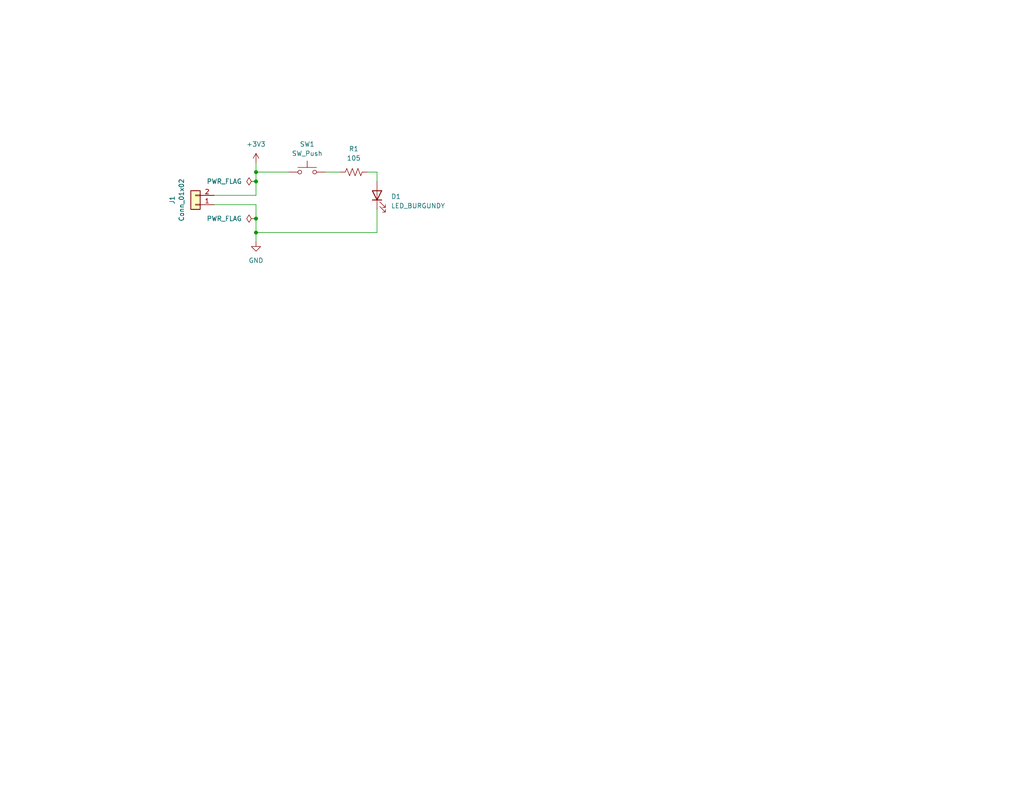
<source format=kicad_sch>
(kicad_sch (version 20231120) (generator "eeschema") (generator_version "8.0")
  (paper "USLetter")
  (title_block (title "LED Circuit") (date "2024-09-18") (rev "0.0") (company "Illini Solar Car") (comment 1 "Designed By: Raj Swami Kontham"))
  (lib_symbols
    (symbol "Connector_Generic:Conn_01x02" (pin_names (offset 1.016) hide)
      (property "Reference" "J" (at 0 2.54 0))
      (property "Value" "Conn_01x02" (at 0 -5.08 0))
      (symbol "Conn_01x02_1_1"
        (rectangle (start -1.27 -2.413) (end 0 -2.667) (stroke (width 0.1524)))
        (rectangle (start -1.27 0.127) (end 0 -0.127) (stroke (width 0.1524)))
        (rectangle (start -1.27 1.27) (end 1.27 -3.81) (stroke (width 0.254)) (fill (type background)))
        (pin passive line (at -5.08 0 0) (length 3.81) (name "Pin_1") (number "1"))
        (pin passive line (at -5.08 -2.54 0) (length 3.81) (name "Pin_2") (number "2"))
      )
    )
    (symbol "Device:LED" (pin_numbers hide) (pin_names (offset 1.016) hide)
      (property "Reference" "D" (at 0 2.54 0))
      (property "Value" "LED" (at 0 -2.54 0))
      (symbol "LED_0_1"
        (polyline (pts (xy -1.27 -1.27) (xy -1.27 1.27)) (stroke (width 0.254)))
        (polyline (pts (xy -1.27 0) (xy 1.27 0)))
        (polyline (pts (xy 1.27 -1.27) (xy 1.27 1.27) (xy -1.27 0) (xy 1.27 -1.27)) (stroke (width 0.254)))
        (polyline (pts (xy -3.048 -0.762) (xy -4.572 -2.286) (xy -3.81 -2.286) (xy -4.572 -2.286) (xy -4.572 -1.524)))
        (polyline (pts (xy -1.778 -0.762) (xy -3.302 -2.286) (xy -2.54 -2.286) (xy -3.302 -2.286) (xy -3.302 -1.524)))
      )
      (symbol "LED_1_1"
        (pin passive line (at -3.81 0 0) (length 2.54) (name "K") (number "1"))
        (pin passive line (at 3.81 0 180) (length 2.54) (name "A") (number "2"))
      )
    )
    (symbol "Switch:SW_Push" (pin_numbers hide) (pin_names (offset 1.016) hide)
      (property "Reference" "SW" (at 1.27 2.54 0))
      (property "Value" "SW_Push" (at 0 -1.524 0))
      (symbol "SW_Push_0_1"
        (circle (center -2.032 0) (radius 0.508))
        (polyline (pts (xy 0 1.27) (xy 0 3.048)))
        (polyline (pts (xy 2.54 1.27) (xy -2.54 1.27)))
        (circle (center 2.032 0) (radius 0.508))
        (pin passive line (at -5.08 0 0) (length 2.54) (name "1") (number "1"))
        (pin passive line (at 5.08 0 180) (length 2.54) (name "2") (number "2"))
      )
    )
    (symbol "device:R_US" (pin_numbers hide) (pin_names (offset 0))
      (property "Reference" "R" (at 2.54 0 90))
      (property "Value" "R_US" (at -2.54 0 90))
      (symbol "R_US_0_1"
        (polyline (pts (xy 0 -2.286) (xy 0 -2.54)))
        (polyline (pts (xy 0 2.286) (xy 0 2.54)))
        (polyline (pts (xy 0 -0.762) (xy 1.016 -1.143) (xy 0 -1.524) (xy -1.016 -1.905) (xy 0 -2.286)))
        (polyline (pts (xy 0 0.762) (xy 1.016 0.381) (xy 0 0) (xy -1.016 -0.381) (xy 0 -0.762)))
        (polyline (pts (xy 0 2.286) (xy 1.016 1.905) (xy 0 1.524) (xy -1.016 1.143) (xy 0 0.762)))
      )
      (symbol "R_US_1_1"
        (pin passive line (at 0 3.81 270) (length 1.27) (name "~") (number "1"))
        (pin passive line (at 0 -3.81 90) (length 1.27) (name "~") (number "2"))
      )
    )
    (symbol "power:+3V3" (power) (pin_names (offset 0))
      (property "Value" "+3V3" (at 0 3.556 0))
      (symbol "+3V3_0_1"
        (polyline (pts (xy -0.762 1.27) (xy 0 2.54)))
        (polyline (pts (xy 0 0) (xy 0 2.54)))
        (polyline (pts (xy 0 2.54) (xy 0.762 1.27)))
      )
      (symbol "+3V3_1_1"
        (pin power_in line (at 0 0 90) (length 0) hide (name "+3V3") (number "1"))
      )
    )
    (symbol "power:GND" (power) (pin_names (offset 0))
      (property "Value" "GND" (at 0 -3.81 0))
      (symbol "GND_0_1"
        (polyline (pts (xy 0 0) (xy 0 -1.27) (xy 1.27 -1.27) (xy 0 -2.54) (xy -1.27 -1.27) (xy 0 -1.27)))
      )
      (symbol "GND_1_1"
        (pin power_in line (at 0 0 270) (length 0) hide (name "GND") (number "1"))
      )
    )
    (symbol "power:PWR_FLAG" (power) (pin_numbers hide) (pin_names (offset 0) hide)
      (property "Value" "PWR_FLAG" (at 0 3.81 0))
      (symbol "PWR_FLAG_0_0"
        (pin power_out line (at 0 0 90) (length 0) (name "pwr") (number "1"))
      )
      (symbol "PWR_FLAG_0_1"
        (polyline (pts (xy 0 0) (xy 0 1.27) (xy -1.016 1.905) (xy 0 2.54) (xy 1.016 1.905) (xy 0 1.27)))
      )
    )
  )
  (junction (at 69.85 63.5))
  (junction (at 69.85 46.99))
  (junction (at 69.85 49.53))
  (junction (at 69.85 59.69))
  (wire (pts (xy 69.85 49.53) (xy 69.85 53.34)))
  (wire (pts (xy 69.85 63.5) (xy 102.87 63.5)))
  (wire (pts (xy 69.85 46.99) (xy 69.85 49.53)))
  (wire (pts (xy 58.42 55.88) (xy 69.85 55.88)))
  (wire (pts (xy 69.85 63.5) (xy 69.85 66.04)))
  (wire (pts (xy 69.85 46.99) (xy 78.74 46.99)))
  (wire (pts (xy 88.9 46.99) (xy 92.71 46.99)))
  (wire (pts (xy 100.33 46.99) (xy 102.87 46.99)))
  (wire (pts (xy 69.85 44.45) (xy 69.85 46.99)))
  (wire (pts (xy 69.85 59.69) (xy 69.85 63.5)))
  (wire (pts (xy 102.87 57.15) (xy 102.87 63.5)))
  (wire (pts (xy 102.87 46.99) (xy 102.87 49.53)))
  (wire (pts (xy 58.42 53.34) (xy 69.85 53.34)))
  (wire (pts (xy 69.85 55.88) (xy 69.85 59.69)))
  (symbol (lib_id "Device:LED") (at 102.87 53.34 90) (unit 1)
    (property "Reference" "D1" (at 106.68 53.6574 90) (effects (justify right)))
    (property "Value" "LED_BURGUNDY" (at 106.68 56.1974 90) (effects (justify right)))
    (property "Footprint" "layout:LED_0603_Symbol_on_F.SilkS" (effects (hide yes)))
    (property "Description" "Light emitting diode" (effects (hide yes)))
  )
  (symbol (lib_id "power:+3V3") (at 69.85 44.45 0) (unit 1)
    (property "Reference" "#PWR01" (effects (hide yes)))
    (property "Value" "+3V3" (at 69.85 39.37 0))
    (property "Description" "Power symbol creates a global label with name \"+3V3\"" (effects (hide yes)))
  )
  (symbol (lib_id "power:PWR_FLAG") (at 69.85 59.69 90) (unit 1)
    (property "Reference" "#FLG01" (effects (hide yes)))
    (property "Value" "PWR_FLAG" (at 66.04 59.6899 90) (effects (justify left)))
    (property "Description" "Special symbol for telling ERC where power comes from" (effects (hide yes)))
  )
  (symbol (lib_id "Connector_Generic:Conn_01x02") (at 53.34 55.88 180) (unit 1)
    (property "Reference" "J1" (at 46.99 54.61 90))
    (property "Value" "Conn_01x02" (at 49.53 54.61 90))
    (property "Footprint" "Connector_Molex:Molex_KK-254_AE-6410-02A_1x02_P2.54mm_Vertical" (effects (hide yes)))
    (property "Datasheet" "https://www.molex.com/content/dam/molex/molex-dot-com/products/automated/en-us/salesdrawingpdf/641/6410/022272021_sd.pdf?inline" (effects (hide yes)))
    (property "Description" "Generic connector, single row, 01x02, script generated (kicad-library-utils/schlib/autogen/connector/)" (effects (hide yes)))
    (property "MPN" "022272021" (effects (hide yes)))
  )
  (symbol (lib_id "Switch:SW_Push") (at 83.82 46.99 0) (unit 1)
    (property "Reference" "SW1" (at 83.82 39.37 0))
    (property "Value" "SW_Push" (at 83.82 41.91 0))
    (property "Footprint" "Button_Switch_SMD:SW_DIP_SPSTx01_Slide_6.7x4.1mm_W8.61mm_P2.54mm_LowProfile" (effects (hide yes)))
    (property "Datasheet" "https://www.te.com/usa-en/product-1825910-6.datasheet.pdf" (effects (hide yes)))
    (property "Description" "Push button switch, generic, two pins" (effects (hide yes)))
    (property "MPN" " 1825910-6 " (effects (hide yes)))
  )
  (symbol (lib_id "power:PWR_FLAG") (at 69.85 49.53 90) (unit 1)
    (property "Reference" "#FLG02" (effects (hide yes)))
    (property "Value" "PWR_FLAG" (at 66.04 49.5299 90) (effects (justify left)))
    (property "Description" "Special symbol for telling ERC where power comes from" (effects (hide yes)))
  )
  (symbol (lib_id "power:GND") (at 69.85 66.04 0) (unit 1)
    (property "Reference" "#PWR03" (effects (hide yes)))
    (property "Value" "GND" (at 69.85 71.12 0))
    (property "Description" "Power symbol creates a global label with name \"GND\" , ground" (effects (hide yes)))
  )
  (symbol (lib_id "device:R_US") (at 96.52 46.99 270) (unit 1)
    (property "Reference" "R1" (at 96.52 40.64 90))
    (property "Value" "105" (at 96.52 43.18 90))
    (property "Footprint" "Resistor_SMD:R_0603_1608Metric_Pad0.98x0.95mm_HandSolder" (effects (hide yes)))
    (property "Description" "Resistor, US symbol" (effects (hide yes)))
  )
)
</source>
